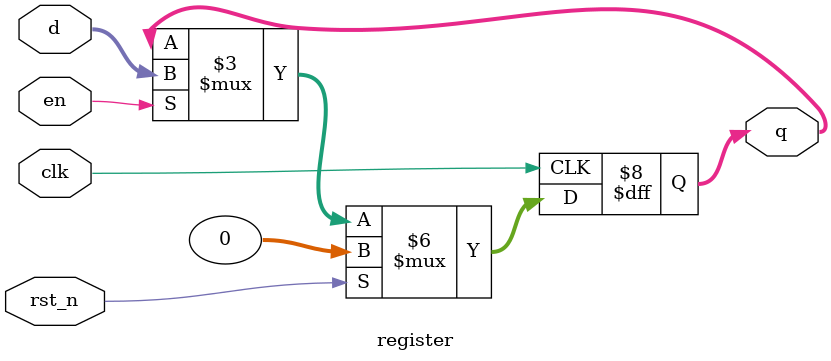
<source format=v>
`timescale 1ns / 1ps


module register(clk, rst_n, en, d, q);
 parameter WIDTH = 32;
 input clk, rst_n, en;
 input [WIDTH-1:0] d;
 output reg [WIDTH-1:0] q;
 initial begin
    q<=0;
 end
 always @(posedge clk) begin
 if (rst_n) q <=0;
 else if (en) q <= d;
 end
endmodule

</source>
